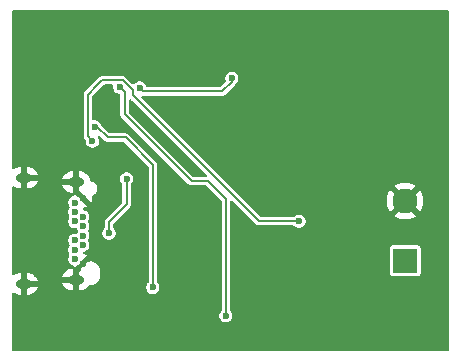
<source format=gbr>
%TF.GenerationSoftware,KiCad,Pcbnew,9.0.6*%
%TF.CreationDate,2026-01-22T02:23:31+05:30*%
%TF.ProjectId,USB-PD-Trigger-Board,5553422d-5044-42d5-9472-69676765722d,rev?*%
%TF.SameCoordinates,Original*%
%TF.FileFunction,Copper,L2,Bot*%
%TF.FilePolarity,Positive*%
%FSLAX45Y45*%
G04 Gerber Fmt 4.5, Leading zero omitted, Abs format (unit mm)*
G04 Created by KiCad (PCBNEW 9.0.6) date 2026-01-22 02:23:31*
%MOMM*%
%LPD*%
G01*
G04 APERTURE LIST*
%TA.AperFunction,ComponentPad*%
%ADD10R,2.100000X2.100000*%
%TD*%
%TA.AperFunction,ComponentPad*%
%ADD11C,2.100000*%
%TD*%
%TA.AperFunction,ComponentPad*%
%ADD12C,0.600000*%
%TD*%
%TA.AperFunction,ComponentPad*%
%ADD13O,1.400000X0.800000*%
%TD*%
%TA.AperFunction,ViaPad*%
%ADD14C,0.600000*%
%TD*%
%TA.AperFunction,Conductor*%
%ADD15C,0.200000*%
%TD*%
G04 APERTURE END LIST*
D10*
%TO.P,J2,1,1*%
%TO.N,VCC_USB_PD_OUT*%
X14236900Y-11735000D03*
D11*
%TO.P,J2,2,2*%
%TO.N,GND*%
X14236900Y-11227000D03*
%TD*%
D12*
%TO.P,J1,B1,GND_B*%
%TO.N,GND*%
X11509250Y-11761000D03*
%TO.P,J1,B2,SSTXP2*%
%TO.N,unconnected-(J1-SSTXP2-PadB2)*%
X11439250Y-11721000D03*
%TO.P,J1,B3,SSTXN2*%
%TO.N,unconnected-(J1-SSTXN2-PadB3)*%
X11439250Y-11641000D03*
%TO.P,J1,B4,VBUS_B*%
%TO.N,VCC_USB_PD_IN*%
X11509250Y-11601000D03*
%TO.P,J1,B5,CC2*%
%TO.N,Net-(J1-CC2)*%
X11439250Y-11561000D03*
%TO.P,J1,B6,DP2*%
%TO.N,unconnected-(J1-DP2-PadB6)*%
X11509250Y-11521000D03*
%TO.P,J1,B7,DN2*%
%TO.N,unconnected-(J1-DN2-PadB7)*%
X11509250Y-11441000D03*
%TO.P,J1,B8,SBU2*%
%TO.N,unconnected-(J1-SBU2-PadB8)*%
X11439250Y-11401000D03*
%TO.P,J1,B9,VBUS_B*%
%TO.N,VCC_USB_PD_IN*%
X11509250Y-11361000D03*
%TO.P,J1,B10,SSRXN1*%
%TO.N,unconnected-(J1-SSRXN1-PadB10)*%
X11439250Y-11321000D03*
%TO.P,J1,B11,SSRXP1*%
%TO.N,unconnected-(J1-SSRXP1-PadB11)*%
X11439250Y-11241000D03*
%TO.P,J1,B12,GND_B*%
%TO.N,GND*%
X11509250Y-11201000D03*
D13*
%TO.P,J1,S1,SHELL_GND*%
X11450250Y-11068000D03*
%TO.P,J1,S2,SHELL_GND*%
X11450250Y-11894000D03*
%TO.P,J1,S3,SHELL_GND*%
X11010250Y-11032000D03*
%TO.P,J1,S4,SHELL_GND*%
X11010250Y-11930000D03*
%TD*%
D14*
%TO.N,GND*%
X11170000Y-9852700D03*
X12530000Y-10200000D03*
X11700000Y-11070000D03*
X12360000Y-10890000D03*
X11902500Y-10636250D03*
X13850000Y-11650000D03*
X11500000Y-9860000D03*
X12690000Y-10930000D03*
X11830000Y-10560000D03*
X11980000Y-9852700D03*
X12300000Y-9852700D03*
%TO.N,VCC_USB_PD_OUT*%
X11590000Y-10721250D03*
X13340000Y-11400000D03*
%TO.N,Net-(J1-CC1)*%
X11878600Y-11040000D03*
X11730000Y-11500000D03*
%TO.N,Net-(Q2-G)*%
X11610000Y-10601250D03*
X12100000Y-11960000D03*
%TO.N,Net-(U1-VBUS_FET_EN)*%
X12770000Y-10190000D03*
X11990000Y-10269558D03*
%TO.N,Net-(U1-SAFE_PWR_EN)*%
X11820374Y-10265521D03*
X12720000Y-12200000D03*
%TD*%
D15*
%TO.N,VCC_USB_PD_OUT*%
X11590000Y-10721250D02*
X11549900Y-10681150D01*
X11929900Y-10329900D02*
X11940000Y-10340000D01*
X11549900Y-10681150D02*
X11549900Y-10330100D01*
X13000000Y-11400000D02*
X13340000Y-11400000D01*
X11940000Y-10340000D02*
X13000000Y-11400000D01*
X11549900Y-10330100D02*
X11630000Y-10250000D01*
X11929900Y-10290053D02*
X11929900Y-10329900D01*
X11845268Y-10205421D02*
X11929900Y-10290053D01*
X11630000Y-10250000D02*
X11674579Y-10205421D01*
X11674579Y-10205421D02*
X11845268Y-10205421D01*
%TO.N,Net-(J1-CC1)*%
X11730000Y-11406000D02*
X11878600Y-11257400D01*
X11878600Y-11257400D02*
X11878600Y-11040000D01*
X11730000Y-11500000D02*
X11730000Y-11406000D01*
%TO.N,Net-(Q2-G)*%
X11870000Y-10690000D02*
X12100000Y-10920000D01*
X11720000Y-10690000D02*
X11870000Y-10690000D01*
X11631250Y-10601250D02*
X11720000Y-10690000D01*
X12100000Y-10920000D02*
X12100000Y-11960000D01*
X11610000Y-10601250D02*
X11631250Y-10601250D01*
%TO.N,Net-(U1-VBUS_FET_EN)*%
X11990000Y-10269558D02*
X12020442Y-10300000D01*
X12770000Y-10220000D02*
X12770000Y-10190000D01*
X12020442Y-10300000D02*
X12690000Y-10300000D01*
X12690000Y-10300000D02*
X12770000Y-10220000D01*
%TO.N,Net-(U1-SAFE_PWR_EN)*%
X12720000Y-11210000D02*
X12720000Y-12200000D01*
X12570000Y-11060000D02*
X12720000Y-11210000D01*
X11820374Y-10265521D02*
X11820374Y-10265521D01*
X11820374Y-10265521D02*
X11862108Y-10307255D01*
X11862108Y-10307255D02*
X11862108Y-10492108D01*
X12430000Y-11060000D02*
X12570000Y-11060000D01*
X11862108Y-10492108D02*
X12430000Y-11060000D01*
%TD*%
%TA.AperFunction,Conductor*%
%TO.N,GND*%
G36*
X11918078Y-10368257D02*
G01*
X11918726Y-10368860D01*
X12553248Y-11003382D01*
X12556596Y-11009514D01*
X12556098Y-11016483D01*
X12551911Y-11022077D01*
X12545364Y-11024518D01*
X12544480Y-11024550D01*
X12449820Y-11024550D01*
X12443116Y-11022582D01*
X12441052Y-11020918D01*
X11901190Y-10481056D01*
X11897841Y-10474923D01*
X11897558Y-10472288D01*
X11897558Y-10377628D01*
X11899526Y-10370924D01*
X11904807Y-10366348D01*
X11911722Y-10365354D01*
X11918078Y-10368257D01*
G37*
%TD.AperFunction*%
%TA.AperFunction,Conductor*%
G36*
X14604254Y-9612019D02*
G01*
X14608829Y-9617299D01*
X14609950Y-9622450D01*
X14609950Y-12487550D01*
X14607981Y-12494254D01*
X14602701Y-12498829D01*
X14597550Y-12499950D01*
X10922450Y-12499950D01*
X10915746Y-12497981D01*
X10911171Y-12492701D01*
X10910050Y-12487550D01*
X10910050Y-12014535D01*
X10912019Y-12007831D01*
X10917299Y-12003255D01*
X10924215Y-12002261D01*
X10929339Y-12004225D01*
X10937618Y-12009757D01*
X10937619Y-12009757D01*
X10953998Y-12016541D01*
X10953999Y-12016541D01*
X10971385Y-12020000D01*
X10971386Y-12020000D01*
X10985250Y-12020000D01*
X10985250Y-11955000D01*
X11035250Y-11955000D01*
X11035250Y-12020000D01*
X11049114Y-12020000D01*
X11049115Y-12020000D01*
X11066501Y-12016541D01*
X11066502Y-12016541D01*
X11082881Y-12009757D01*
X11082882Y-12009757D01*
X11097622Y-11999908D01*
X11097622Y-11999907D01*
X11110157Y-11987372D01*
X11110158Y-11987372D01*
X11120007Y-11972632D01*
X11120007Y-11972631D01*
X11126791Y-11956252D01*
X11126792Y-11956252D01*
X11127040Y-11955000D01*
X11045223Y-11955000D01*
X11054411Y-11951194D01*
X11061444Y-11944161D01*
X11065250Y-11934973D01*
X11065250Y-11925027D01*
X11061444Y-11915839D01*
X11054411Y-11908806D01*
X11045223Y-11905000D01*
X11127040Y-11905000D01*
X11127040Y-11905000D01*
X11126792Y-11903748D01*
X11126791Y-11903748D01*
X11120007Y-11887369D01*
X11120007Y-11887368D01*
X11110158Y-11872628D01*
X11110157Y-11872628D01*
X11106529Y-11869000D01*
X11333460Y-11869000D01*
X11415277Y-11869000D01*
X11406089Y-11872806D01*
X11399056Y-11879839D01*
X11395250Y-11889027D01*
X11395250Y-11898973D01*
X11399056Y-11908161D01*
X11406089Y-11915194D01*
X11415277Y-11919000D01*
X11333460Y-11919000D01*
X11333708Y-11920252D01*
X11333709Y-11920252D01*
X11340493Y-11936631D01*
X11340493Y-11936632D01*
X11350342Y-11951372D01*
X11350343Y-11951372D01*
X11362878Y-11963907D01*
X11362878Y-11963908D01*
X11377618Y-11973757D01*
X11377619Y-11973757D01*
X11393998Y-11980541D01*
X11393999Y-11980541D01*
X11411385Y-11984000D01*
X11411386Y-11984000D01*
X11425250Y-11984000D01*
X11425250Y-11919000D01*
X11475250Y-11919000D01*
X11475250Y-11984000D01*
X11489114Y-11984000D01*
X11489115Y-11984000D01*
X11506501Y-11980541D01*
X11506502Y-11980541D01*
X11522881Y-11973757D01*
X11522882Y-11973757D01*
X11537622Y-11963908D01*
X11537622Y-11963907D01*
X11550157Y-11951372D01*
X11555052Y-11944046D01*
X11560413Y-11939566D01*
X11565510Y-11938764D01*
X11565510Y-11938550D01*
X11582381Y-11938550D01*
X11593110Y-11936416D01*
X11598329Y-11935378D01*
X11613352Y-11929155D01*
X11613352Y-11929155D01*
X11620067Y-11924668D01*
X11626872Y-11920121D01*
X11638371Y-11908622D01*
X11647405Y-11895102D01*
X11653628Y-11880079D01*
X11655074Y-11872806D01*
X11656800Y-11864131D01*
X11656800Y-11817869D01*
X11653628Y-11801922D01*
X11653628Y-11801921D01*
X11653628Y-11801921D01*
X11649442Y-11791815D01*
X11647405Y-11786898D01*
X11647405Y-11786898D01*
X11638371Y-11773378D01*
X11638370Y-11773377D01*
X11626873Y-11761879D01*
X11626872Y-11761879D01*
X11613352Y-11752845D01*
X11613352Y-11752845D01*
X11598329Y-11746622D01*
X11598328Y-11746622D01*
X11595576Y-11746075D01*
X11589385Y-11742836D01*
X11586535Y-11738175D01*
X11586409Y-11738228D01*
X11580834Y-11724771D01*
X11563831Y-11741774D01*
X11557698Y-11745123D01*
X11557482Y-11745168D01*
X11550172Y-11746622D01*
X11550171Y-11746622D01*
X11535148Y-11752845D01*
X11529173Y-11756837D01*
X11526205Y-11749671D01*
X11520579Y-11744045D01*
X11513228Y-11741000D01*
X11505272Y-11741000D01*
X11497921Y-11744045D01*
X11492295Y-11749671D01*
X11489250Y-11757022D01*
X11489250Y-11764978D01*
X11492295Y-11772329D01*
X11497921Y-11777955D01*
X11505087Y-11780923D01*
X11501095Y-11786898D01*
X11494872Y-11801921D01*
X11494872Y-11801922D01*
X11493418Y-11809232D01*
X11490180Y-11815423D01*
X11490025Y-11815581D01*
X11475250Y-11830355D01*
X11475250Y-11869000D01*
X11425250Y-11869000D01*
X11425250Y-11803454D01*
X11424979Y-11803615D01*
X11424401Y-11803687D01*
X11424209Y-11803785D01*
X11423881Y-11803753D01*
X11421912Y-11804000D01*
X11411385Y-11804000D01*
X11393999Y-11807458D01*
X11393998Y-11807459D01*
X11377619Y-11814243D01*
X11377618Y-11814243D01*
X11362878Y-11824092D01*
X11362878Y-11824093D01*
X11350343Y-11836628D01*
X11350342Y-11836628D01*
X11340493Y-11851368D01*
X11340493Y-11851369D01*
X11333709Y-11867748D01*
X11333708Y-11867748D01*
X11333460Y-11869000D01*
X11106529Y-11869000D01*
X11097622Y-11860093D01*
X11097622Y-11860092D01*
X11082882Y-11850243D01*
X11082881Y-11850243D01*
X11066502Y-11843459D01*
X11066501Y-11843458D01*
X11049115Y-11840000D01*
X11035250Y-11840000D01*
X11035250Y-11905000D01*
X10985250Y-11905000D01*
X10985250Y-11840000D01*
X10971385Y-11840000D01*
X10953999Y-11843458D01*
X10953998Y-11843459D01*
X10937619Y-11850243D01*
X10937619Y-11850243D01*
X10929339Y-11855775D01*
X10922671Y-11857863D01*
X10915933Y-11856015D01*
X10911264Y-11850817D01*
X10910050Y-11845465D01*
X10910050Y-11233700D01*
X11383800Y-11233700D01*
X11383800Y-11248300D01*
X11387566Y-11262355D01*
X11387579Y-11262403D01*
X11387579Y-11262403D01*
X11394736Y-11274800D01*
X11396383Y-11281590D01*
X11394736Y-11287200D01*
X11387579Y-11299597D01*
X11387579Y-11299597D01*
X11383800Y-11313700D01*
X11383800Y-11328300D01*
X11387579Y-11342403D01*
X11387579Y-11342403D01*
X11394736Y-11354800D01*
X11396383Y-11361590D01*
X11394736Y-11367200D01*
X11387579Y-11379597D01*
X11387579Y-11379597D01*
X11383800Y-11393700D01*
X11383800Y-11408300D01*
X11387311Y-11421403D01*
X11387579Y-11422403D01*
X11387579Y-11422403D01*
X11394879Y-11435047D01*
X11394879Y-11435047D01*
X11394879Y-11435047D01*
X11405203Y-11445371D01*
X11405203Y-11445371D01*
X11405203Y-11445371D01*
X11410276Y-11448300D01*
X11417847Y-11452671D01*
X11431950Y-11456450D01*
X11431950Y-11456450D01*
X11446983Y-11456450D01*
X11448134Y-11456788D01*
X11449330Y-11456674D01*
X11451425Y-11457754D01*
X11453687Y-11458418D01*
X11454628Y-11459406D01*
X11455540Y-11459876D01*
X11457721Y-11462650D01*
X11459628Y-11465953D01*
X11464736Y-11474800D01*
X11466383Y-11481590D01*
X11464736Y-11487200D01*
X11457721Y-11499350D01*
X11452665Y-11504171D01*
X11446983Y-11505550D01*
X11431950Y-11505550D01*
X11417847Y-11509329D01*
X11417847Y-11509329D01*
X11405203Y-11516629D01*
X11405203Y-11516629D01*
X11394879Y-11526953D01*
X11394879Y-11526953D01*
X11387579Y-11539597D01*
X11387579Y-11539597D01*
X11383800Y-11553700D01*
X11383800Y-11568300D01*
X11387579Y-11582403D01*
X11387579Y-11582403D01*
X11394736Y-11594800D01*
X11396383Y-11601590D01*
X11394736Y-11607200D01*
X11387579Y-11619597D01*
X11387579Y-11619597D01*
X11383800Y-11633700D01*
X11383800Y-11648300D01*
X11386006Y-11656533D01*
X11387579Y-11662403D01*
X11387579Y-11662403D01*
X11394736Y-11674800D01*
X11396383Y-11681590D01*
X11394736Y-11687200D01*
X11387579Y-11699597D01*
X11387579Y-11699597D01*
X11383800Y-11713700D01*
X11383800Y-11728300D01*
X11387579Y-11742403D01*
X11387579Y-11742403D01*
X11394879Y-11755047D01*
X11394879Y-11755047D01*
X11394879Y-11755047D01*
X11405203Y-11765371D01*
X11417847Y-11772671D01*
X11423241Y-11774116D01*
X11423908Y-11774523D01*
X11424686Y-11774601D01*
X11426849Y-11776316D01*
X11429206Y-11777753D01*
X11429687Y-11778566D01*
X11430161Y-11778942D01*
X11430832Y-11780506D01*
X11431765Y-11782086D01*
X11433646Y-11787592D01*
X11433782Y-11790703D01*
X11433901Y-11791815D01*
X11437650Y-11791000D01*
X11443895Y-11791000D01*
X11463214Y-11771680D01*
X11465782Y-11769710D01*
X11473297Y-11765371D01*
X11483621Y-11755047D01*
X11487960Y-11747532D01*
X11489930Y-11744964D01*
X11491572Y-11743322D01*
X11545479Y-11689415D01*
X11532585Y-11684074D01*
X11532584Y-11684074D01*
X11516532Y-11680881D01*
X11516569Y-11680693D01*
X11510916Y-11678410D01*
X11506880Y-11672707D01*
X11506568Y-11665727D01*
X11510079Y-11659686D01*
X11515792Y-11656762D01*
X11515765Y-11656660D01*
X11516240Y-11656533D01*
X11516299Y-11656503D01*
X11516432Y-11656482D01*
X11516550Y-11656450D01*
X11516550Y-11656450D01*
X11530653Y-11652671D01*
X11543297Y-11645371D01*
X11553621Y-11635047D01*
X11560921Y-11622403D01*
X11564700Y-11608300D01*
X11564700Y-11593700D01*
X11560921Y-11579597D01*
X11553764Y-11567200D01*
X11552116Y-11560410D01*
X11553764Y-11554800D01*
X11560921Y-11542403D01*
X11564700Y-11528300D01*
X11564700Y-11513700D01*
X11560921Y-11499597D01*
X11556939Y-11492700D01*
X11674550Y-11492700D01*
X11674550Y-11507300D01*
X11677050Y-11516629D01*
X11678329Y-11521403D01*
X11678329Y-11521403D01*
X11685629Y-11534047D01*
X11685629Y-11534047D01*
X11685629Y-11534047D01*
X11695953Y-11544371D01*
X11708597Y-11551671D01*
X11722700Y-11555450D01*
X11722700Y-11555450D01*
X11737300Y-11555450D01*
X11737300Y-11555450D01*
X11751403Y-11551671D01*
X11764047Y-11544371D01*
X11774371Y-11534047D01*
X11781671Y-11521403D01*
X11785450Y-11507300D01*
X11785450Y-11492700D01*
X11781671Y-11478597D01*
X11774371Y-11465953D01*
X11769082Y-11460664D01*
X11765733Y-11454531D01*
X11765450Y-11451896D01*
X11765450Y-11425820D01*
X11767418Y-11419116D01*
X11769082Y-11417052D01*
X11837805Y-11348329D01*
X11906967Y-11279166D01*
X11908005Y-11277369D01*
X11911634Y-11271083D01*
X11914050Y-11262067D01*
X11914050Y-11088104D01*
X11916019Y-11081401D01*
X11917682Y-11079336D01*
X11922971Y-11074047D01*
X11930271Y-11061403D01*
X11934050Y-11047300D01*
X11934050Y-11032700D01*
X11930271Y-11018597D01*
X11925027Y-11009514D01*
X11922972Y-11005953D01*
X11922971Y-11005953D01*
X11912647Y-10995629D01*
X11912647Y-10995629D01*
X11900003Y-10988329D01*
X11900003Y-10988329D01*
X11900003Y-10988329D01*
X11885900Y-10984550D01*
X11871300Y-10984550D01*
X11857197Y-10988329D01*
X11857197Y-10988329D01*
X11844553Y-10995629D01*
X11844553Y-10995629D01*
X11834229Y-11005953D01*
X11834229Y-11005953D01*
X11826929Y-11018597D01*
X11826929Y-11018597D01*
X11823150Y-11032700D01*
X11823150Y-11047300D01*
X11826929Y-11061403D01*
X11826929Y-11061403D01*
X11834229Y-11074047D01*
X11834229Y-11074047D01*
X11839518Y-11079336D01*
X11842867Y-11085469D01*
X11843150Y-11088104D01*
X11843150Y-11237580D01*
X11841182Y-11244283D01*
X11839518Y-11246348D01*
X11701633Y-11384233D01*
X11701633Y-11384233D01*
X11696966Y-11392317D01*
X11694550Y-11401333D01*
X11694550Y-11451896D01*
X11692581Y-11458599D01*
X11690918Y-11460664D01*
X11685629Y-11465953D01*
X11685629Y-11465953D01*
X11678329Y-11478597D01*
X11678329Y-11478597D01*
X11674550Y-11492700D01*
X11556939Y-11492700D01*
X11553764Y-11487200D01*
X11552116Y-11480410D01*
X11553764Y-11474800D01*
X11560921Y-11462403D01*
X11564700Y-11448300D01*
X11564700Y-11433700D01*
X11560921Y-11419597D01*
X11553764Y-11407200D01*
X11552116Y-11400410D01*
X11553764Y-11394800D01*
X11560921Y-11382403D01*
X11564700Y-11368300D01*
X11564700Y-11353700D01*
X11560921Y-11339597D01*
X11554399Y-11328300D01*
X11553621Y-11326953D01*
X11553621Y-11326953D01*
X11543297Y-11316629D01*
X11543297Y-11316629D01*
X11530653Y-11309329D01*
X11530653Y-11309329D01*
X11530653Y-11309329D01*
X11516550Y-11305550D01*
X11516550Y-11305550D01*
X11515765Y-11305340D01*
X11515831Y-11305095D01*
X11510599Y-11302779D01*
X11506754Y-11296946D01*
X11506672Y-11289960D01*
X11510381Y-11284038D01*
X11516536Y-11281140D01*
X11516532Y-11281119D01*
X11516616Y-11281102D01*
X11516702Y-11281062D01*
X11517026Y-11281020D01*
X11532584Y-11277926D01*
X11532585Y-11277926D01*
X11545479Y-11272584D01*
X11491572Y-11218678D01*
X11489930Y-11217035D01*
X11487960Y-11214468D01*
X11483621Y-11206953D01*
X11473690Y-11197022D01*
X11489250Y-11197022D01*
X11489250Y-11204978D01*
X11492295Y-11212329D01*
X11497921Y-11217955D01*
X11505272Y-11221000D01*
X11513228Y-11221000D01*
X11520579Y-11217955D01*
X11526205Y-11212329D01*
X11529250Y-11204978D01*
X11529250Y-11197022D01*
X11526205Y-11189671D01*
X11520579Y-11184045D01*
X11513228Y-11181000D01*
X11505272Y-11181000D01*
X11497921Y-11184045D01*
X11492295Y-11189671D01*
X11489250Y-11197022D01*
X11473690Y-11197022D01*
X11473297Y-11196629D01*
X11473297Y-11196629D01*
X11473297Y-11196629D01*
X11465782Y-11192290D01*
X11463214Y-11190320D01*
X11443895Y-11171000D01*
X11437650Y-11171000D01*
X11434054Y-11169944D01*
X11434300Y-11170940D01*
X11434124Y-11171735D01*
X11434186Y-11172165D01*
X11433646Y-11174408D01*
X11431765Y-11179914D01*
X11430206Y-11182122D01*
X11428954Y-11184517D01*
X11428204Y-11184959D01*
X11427736Y-11185622D01*
X11425633Y-11186474D01*
X11423241Y-11187883D01*
X11417847Y-11189329D01*
X11417847Y-11189329D01*
X11405203Y-11196629D01*
X11405203Y-11196629D01*
X11394879Y-11206953D01*
X11394879Y-11206953D01*
X11387579Y-11219597D01*
X11387579Y-11219597D01*
X11383800Y-11233700D01*
X10910050Y-11233700D01*
X10910050Y-11116535D01*
X10912019Y-11109831D01*
X10917299Y-11105255D01*
X10924215Y-11104261D01*
X10929339Y-11106225D01*
X10937618Y-11111757D01*
X10937619Y-11111757D01*
X10953998Y-11118541D01*
X10953999Y-11118542D01*
X10971385Y-11122000D01*
X10971386Y-11122000D01*
X10985250Y-11122000D01*
X10985250Y-11057000D01*
X11035250Y-11057000D01*
X11035250Y-11122000D01*
X11049114Y-11122000D01*
X11049115Y-11122000D01*
X11066501Y-11118542D01*
X11066502Y-11118541D01*
X11082881Y-11111757D01*
X11082882Y-11111757D01*
X11097622Y-11101908D01*
X11097622Y-11101907D01*
X11110157Y-11089372D01*
X11110158Y-11089372D01*
X11114564Y-11082778D01*
X11120007Y-11074632D01*
X11120007Y-11074631D01*
X11126791Y-11058252D01*
X11126792Y-11058252D01*
X11127040Y-11057000D01*
X11045223Y-11057000D01*
X11054411Y-11053194D01*
X11061444Y-11046161D01*
X11062754Y-11043000D01*
X11333460Y-11043000D01*
X11415277Y-11043000D01*
X11406089Y-11046806D01*
X11399056Y-11053839D01*
X11395250Y-11063027D01*
X11395250Y-11072973D01*
X11399056Y-11082161D01*
X11406089Y-11089194D01*
X11415277Y-11093000D01*
X11333460Y-11093000D01*
X11333708Y-11094252D01*
X11333709Y-11094252D01*
X11340493Y-11110631D01*
X11340493Y-11110632D01*
X11350342Y-11125372D01*
X11350343Y-11125372D01*
X11362878Y-11137907D01*
X11362878Y-11137908D01*
X11377618Y-11147757D01*
X11377619Y-11147757D01*
X11393998Y-11154541D01*
X11393999Y-11154542D01*
X11411385Y-11158000D01*
X11411386Y-11158000D01*
X11421912Y-11158000D01*
X11424697Y-11158818D01*
X11425323Y-11158936D01*
X11425250Y-11158600D01*
X11425250Y-11093000D01*
X11475250Y-11093000D01*
X11475250Y-11131645D01*
X11526928Y-11183322D01*
X11580834Y-11237229D01*
X11586176Y-11224335D01*
X11586176Y-11224334D01*
X11589250Y-11208880D01*
X11589250Y-11208879D01*
X11589250Y-11193121D01*
X11589250Y-11193120D01*
X11588386Y-11188777D01*
X11589009Y-11181818D01*
X11593295Y-11176300D01*
X11595803Y-11174902D01*
X11596463Y-11174628D01*
X11596463Y-11174628D01*
X11609586Y-11167052D01*
X11620301Y-11156337D01*
X11627878Y-11143214D01*
X11631800Y-11128577D01*
X11631800Y-11113423D01*
X11627878Y-11098787D01*
X11620301Y-11085664D01*
X11609586Y-11074949D01*
X11603025Y-11071160D01*
X11596464Y-11067372D01*
X11589145Y-11065411D01*
X11581827Y-11063450D01*
X11581285Y-11063450D01*
X11574581Y-11061482D01*
X11570005Y-11056201D01*
X11569123Y-11053469D01*
X11566791Y-11041749D01*
X11566791Y-11041748D01*
X11560007Y-11025369D01*
X11560007Y-11025368D01*
X11550158Y-11010628D01*
X11550157Y-11010628D01*
X11537622Y-10998093D01*
X11537622Y-10998092D01*
X11522882Y-10988243D01*
X11522881Y-10988243D01*
X11506502Y-10981459D01*
X11506501Y-10981458D01*
X11489115Y-10978000D01*
X11475250Y-10978000D01*
X11475250Y-11043000D01*
X11425250Y-11043000D01*
X11425250Y-10978000D01*
X11411385Y-10978000D01*
X11393999Y-10981458D01*
X11393998Y-10981459D01*
X11377619Y-10988243D01*
X11377618Y-10988243D01*
X11362878Y-10998092D01*
X11362878Y-10998093D01*
X11350343Y-11010628D01*
X11350342Y-11010628D01*
X11340493Y-11025368D01*
X11340493Y-11025369D01*
X11333709Y-11041748D01*
X11333708Y-11041748D01*
X11333460Y-11043000D01*
X11062754Y-11043000D01*
X11065250Y-11036973D01*
X11065250Y-11027027D01*
X11061444Y-11017839D01*
X11054411Y-11010806D01*
X11045223Y-11007000D01*
X11127040Y-11007000D01*
X11126792Y-11005748D01*
X11126791Y-11005748D01*
X11120007Y-10989369D01*
X11120007Y-10989368D01*
X11110158Y-10974628D01*
X11110157Y-10974628D01*
X11097622Y-10962093D01*
X11097622Y-10962092D01*
X11082882Y-10952243D01*
X11082881Y-10952243D01*
X11066502Y-10945459D01*
X11066501Y-10945458D01*
X11049115Y-10942000D01*
X11035250Y-10942000D01*
X11035250Y-11007000D01*
X10985250Y-11007000D01*
X10985250Y-10942000D01*
X10971385Y-10942000D01*
X10953999Y-10945458D01*
X10953998Y-10945459D01*
X10937619Y-10952243D01*
X10937619Y-10952243D01*
X10929339Y-10957775D01*
X10922671Y-10959863D01*
X10915933Y-10958015D01*
X10911264Y-10952817D01*
X10910050Y-10947465D01*
X10910050Y-10325433D01*
X11514450Y-10325433D01*
X11514450Y-10676483D01*
X11514450Y-10685817D01*
X11515948Y-10691407D01*
X11516866Y-10694833D01*
X11521533Y-10702917D01*
X11521533Y-10702917D01*
X11530918Y-10712302D01*
X11534267Y-10718434D01*
X11534550Y-10721070D01*
X11534550Y-10728550D01*
X11538329Y-10742653D01*
X11538329Y-10742653D01*
X11545629Y-10755297D01*
X11545629Y-10755297D01*
X11545629Y-10755297D01*
X11555953Y-10765621D01*
X11568597Y-10772921D01*
X11582700Y-10776700D01*
X11582700Y-10776700D01*
X11597300Y-10776700D01*
X11597300Y-10776700D01*
X11611403Y-10772921D01*
X11624047Y-10765621D01*
X11634371Y-10755297D01*
X11641671Y-10742653D01*
X11645450Y-10728550D01*
X11645450Y-10713950D01*
X11641671Y-10699847D01*
X11636798Y-10691407D01*
X11635151Y-10684617D01*
X11637436Y-10678015D01*
X11642929Y-10673696D01*
X11649884Y-10673031D01*
X11656094Y-10676233D01*
X11656305Y-10676439D01*
X11698233Y-10718367D01*
X11698233Y-10718367D01*
X11698234Y-10718368D01*
X11706316Y-10723034D01*
X11706317Y-10723034D01*
X11715333Y-10725450D01*
X11715333Y-10725450D01*
X11725427Y-10725450D01*
X11725428Y-10725450D01*
X11850180Y-10725450D01*
X11856884Y-10727419D01*
X11858948Y-10729082D01*
X12060918Y-10931052D01*
X12064267Y-10937184D01*
X12064550Y-10939820D01*
X12064550Y-11911896D01*
X12062581Y-11918599D01*
X12060918Y-11920664D01*
X12055629Y-11925953D01*
X12055629Y-11925953D01*
X12048329Y-11938597D01*
X12048329Y-11938597D01*
X12044550Y-11952700D01*
X12044550Y-11967300D01*
X12048098Y-11980541D01*
X12048329Y-11981403D01*
X12048329Y-11981403D01*
X12055629Y-11994047D01*
X12055629Y-11994047D01*
X12055629Y-11994047D01*
X12065953Y-12004371D01*
X12078597Y-12011671D01*
X12092700Y-12015450D01*
X12092700Y-12015450D01*
X12107300Y-12015450D01*
X12107300Y-12015450D01*
X12121403Y-12011671D01*
X12134047Y-12004371D01*
X12144371Y-11994047D01*
X12151671Y-11981403D01*
X12155450Y-11967300D01*
X12155450Y-11952700D01*
X12151671Y-11938597D01*
X12144371Y-11925953D01*
X12139082Y-11920664D01*
X12135733Y-11914531D01*
X12135450Y-11911896D01*
X12135450Y-10915333D01*
X12135450Y-10915333D01*
X12133034Y-10906317D01*
X12128367Y-10898233D01*
X12121767Y-10891633D01*
X11891767Y-10661633D01*
X11883683Y-10656966D01*
X11883683Y-10656966D01*
X11880678Y-10656161D01*
X11874667Y-10654550D01*
X11874667Y-10654550D01*
X11739820Y-10654550D01*
X11733116Y-10652582D01*
X11731052Y-10650918D01*
X11664610Y-10584477D01*
X11661922Y-10580454D01*
X11661671Y-10579848D01*
X11661671Y-10579847D01*
X11654371Y-10567203D01*
X11644047Y-10556879D01*
X11644047Y-10556879D01*
X11644047Y-10556879D01*
X11631403Y-10549579D01*
X11631403Y-10549579D01*
X11631403Y-10549579D01*
X11617300Y-10545800D01*
X11602700Y-10545800D01*
X11602700Y-10545800D01*
X11600959Y-10546266D01*
X11593974Y-10546100D01*
X11588188Y-10542184D01*
X11585438Y-10535761D01*
X11585350Y-10534289D01*
X11585350Y-10349920D01*
X11587318Y-10343216D01*
X11588982Y-10341152D01*
X11685631Y-10244503D01*
X11691763Y-10241154D01*
X11694399Y-10240871D01*
X11753413Y-10240871D01*
X11760117Y-10242839D01*
X11764692Y-10248120D01*
X11765687Y-10255036D01*
X11765390Y-10256480D01*
X11764924Y-10258221D01*
X11764924Y-10272821D01*
X11768703Y-10286924D01*
X11768703Y-10286924D01*
X11776002Y-10299568D01*
X11776003Y-10299568D01*
X11776003Y-10299568D01*
X11786327Y-10309892D01*
X11798971Y-10317192D01*
X11813074Y-10320971D01*
X11814258Y-10320971D01*
X11820962Y-10322939D01*
X11825537Y-10328220D01*
X11826658Y-10333371D01*
X11826658Y-10487441D01*
X11826658Y-10496775D01*
X11829074Y-10505791D01*
X11833741Y-10513875D01*
X12401633Y-11081767D01*
X12408233Y-11088367D01*
X12416317Y-11093034D01*
X12425333Y-11095450D01*
X12434667Y-11095450D01*
X12550180Y-11095450D01*
X12556884Y-11097419D01*
X12558948Y-11099082D01*
X12680918Y-11221052D01*
X12684267Y-11227184D01*
X12684550Y-11229820D01*
X12684550Y-12151896D01*
X12682581Y-12158599D01*
X12680918Y-12160664D01*
X12675629Y-12165953D01*
X12675629Y-12165953D01*
X12668329Y-12178597D01*
X12668329Y-12178597D01*
X12664550Y-12192700D01*
X12664550Y-12207300D01*
X12668329Y-12221403D01*
X12668329Y-12221403D01*
X12675629Y-12234047D01*
X12675629Y-12234047D01*
X12675629Y-12234047D01*
X12685953Y-12244371D01*
X12698597Y-12251671D01*
X12712700Y-12255450D01*
X12712700Y-12255450D01*
X12727300Y-12255450D01*
X12727300Y-12255450D01*
X12741403Y-12251671D01*
X12754047Y-12244371D01*
X12764371Y-12234047D01*
X12771671Y-12221403D01*
X12775450Y-12207300D01*
X12775450Y-12192700D01*
X12771671Y-12178597D01*
X12764371Y-12165953D01*
X12759082Y-12160664D01*
X12755733Y-12154531D01*
X12755450Y-12151896D01*
X12755450Y-11627493D01*
X14106450Y-11627493D01*
X14106450Y-11842506D01*
X14107927Y-11849930D01*
X14113551Y-11858348D01*
X14116161Y-11860092D01*
X14121970Y-11863973D01*
X14121970Y-11863973D01*
X14121970Y-11863973D01*
X14124467Y-11864470D01*
X14129393Y-11865450D01*
X14344407Y-11865450D01*
X14351830Y-11863973D01*
X14360248Y-11858348D01*
X14365873Y-11849930D01*
X14367350Y-11842507D01*
X14367350Y-11627493D01*
X14365873Y-11620070D01*
X14364007Y-11617276D01*
X14360248Y-11611651D01*
X14355202Y-11608280D01*
X14351830Y-11606027D01*
X14351830Y-11606026D01*
X14351830Y-11606026D01*
X14344407Y-11604550D01*
X14129394Y-11604550D01*
X14121970Y-11606027D01*
X14113551Y-11611651D01*
X14107927Y-11620070D01*
X14107926Y-11620070D01*
X14106450Y-11627493D01*
X12755450Y-11627493D01*
X12755450Y-11235520D01*
X12757418Y-11228816D01*
X12762699Y-11224241D01*
X12769615Y-11223246D01*
X12775970Y-11226149D01*
X12776618Y-11226752D01*
X12971633Y-11421767D01*
X12978233Y-11428367D01*
X12986317Y-11433034D01*
X12995333Y-11435450D01*
X13291896Y-11435450D01*
X13298599Y-11437418D01*
X13300664Y-11439082D01*
X13305953Y-11444371D01*
X13305953Y-11444371D01*
X13305953Y-11444371D01*
X13307685Y-11445371D01*
X13318597Y-11451671D01*
X13332700Y-11455450D01*
X13332700Y-11455450D01*
X13347300Y-11455450D01*
X13347300Y-11455450D01*
X13361403Y-11451671D01*
X13374047Y-11444371D01*
X13384371Y-11434047D01*
X13391671Y-11421403D01*
X13395450Y-11407300D01*
X13395450Y-11392700D01*
X13391671Y-11378597D01*
X13385726Y-11368300D01*
X13384371Y-11365953D01*
X13384371Y-11365953D01*
X13374047Y-11355629D01*
X13374047Y-11355629D01*
X13361403Y-11348329D01*
X13361403Y-11348329D01*
X13361403Y-11348329D01*
X13347300Y-11344550D01*
X13332700Y-11344550D01*
X13318597Y-11348329D01*
X13318597Y-11348329D01*
X13305953Y-11355629D01*
X13305953Y-11355629D01*
X13300664Y-11360918D01*
X13294531Y-11364267D01*
X13291896Y-11364550D01*
X13019820Y-11364550D01*
X13013116Y-11362581D01*
X13011052Y-11360918D01*
X12864934Y-11214801D01*
X14081900Y-11214801D01*
X14081900Y-11239199D01*
X14085716Y-11263296D01*
X14093256Y-11286500D01*
X14104332Y-11308238D01*
X14111054Y-11317490D01*
X14111054Y-11317490D01*
X14172969Y-11255576D01*
X14174867Y-11260157D01*
X14182527Y-11271622D01*
X14192278Y-11281373D01*
X14203743Y-11289033D01*
X14208324Y-11290931D01*
X14146410Y-11352845D01*
X14146410Y-11352846D01*
X14155662Y-11359568D01*
X14177400Y-11370644D01*
X14200604Y-11378183D01*
X14224701Y-11382000D01*
X14249099Y-11382000D01*
X14273196Y-11378183D01*
X14296400Y-11370644D01*
X14318138Y-11359568D01*
X14327390Y-11352845D01*
X14327390Y-11352845D01*
X14265476Y-11290931D01*
X14270057Y-11289033D01*
X14281522Y-11281373D01*
X14291273Y-11271622D01*
X14298933Y-11260157D01*
X14300831Y-11255576D01*
X14362745Y-11317490D01*
X14362745Y-11317490D01*
X14369468Y-11308238D01*
X14380544Y-11286500D01*
X14388083Y-11263296D01*
X14391900Y-11239199D01*
X14391900Y-11214801D01*
X14388083Y-11190704D01*
X14380544Y-11167500D01*
X14369468Y-11145762D01*
X14362746Y-11136510D01*
X14362745Y-11136510D01*
X14300831Y-11198424D01*
X14298933Y-11193843D01*
X14291273Y-11182378D01*
X14281522Y-11172627D01*
X14270057Y-11164967D01*
X14265476Y-11163069D01*
X14327390Y-11101154D01*
X14327390Y-11101154D01*
X14318138Y-11094432D01*
X14296400Y-11083356D01*
X14273196Y-11075817D01*
X14249099Y-11072000D01*
X14224701Y-11072000D01*
X14200604Y-11075817D01*
X14177400Y-11083356D01*
X14155663Y-11094432D01*
X14146410Y-11101154D01*
X14208324Y-11163069D01*
X14203743Y-11164967D01*
X14192278Y-11172627D01*
X14182527Y-11182378D01*
X14174867Y-11193843D01*
X14172969Y-11198424D01*
X14111054Y-11136510D01*
X14104332Y-11145763D01*
X14093256Y-11167500D01*
X14085716Y-11190704D01*
X14081900Y-11214801D01*
X12864934Y-11214801D01*
X12006752Y-10356618D01*
X12003403Y-10350486D01*
X12003902Y-10343517D01*
X12008089Y-10337923D01*
X12014635Y-10335482D01*
X12015520Y-10335450D01*
X12694667Y-10335450D01*
X12694667Y-10335450D01*
X12703683Y-10333034D01*
X12711767Y-10328367D01*
X12798367Y-10241767D01*
X12800279Y-10238455D01*
X12800279Y-10238455D01*
X12800321Y-10238479D01*
X12803473Y-10234812D01*
X12804047Y-10234371D01*
X12804047Y-10234371D01*
X12814371Y-10224047D01*
X12821671Y-10211403D01*
X12825450Y-10197300D01*
X12825450Y-10182700D01*
X12821671Y-10168597D01*
X12814371Y-10155953D01*
X12804047Y-10145629D01*
X12804047Y-10145629D01*
X12804047Y-10145629D01*
X12791403Y-10138329D01*
X12791403Y-10138329D01*
X12791403Y-10138329D01*
X12777300Y-10134550D01*
X12762700Y-10134550D01*
X12748597Y-10138329D01*
X12748597Y-10138329D01*
X12735953Y-10145629D01*
X12735953Y-10145629D01*
X12725629Y-10155953D01*
X12725629Y-10155953D01*
X12718329Y-10168597D01*
X12718329Y-10168597D01*
X12714550Y-10182700D01*
X12714550Y-10197300D01*
X12718539Y-10212188D01*
X12718271Y-10212260D01*
X12718873Y-10217861D01*
X12715746Y-10224109D01*
X12715438Y-10224428D01*
X12678948Y-10260918D01*
X12672816Y-10264267D01*
X12670180Y-10264550D01*
X12055579Y-10264550D01*
X12048875Y-10262582D01*
X12044300Y-10257301D01*
X12043601Y-10255359D01*
X12041671Y-10248155D01*
X12034371Y-10235511D01*
X12024047Y-10225187D01*
X12024047Y-10225187D01*
X12024047Y-10225187D01*
X12011403Y-10217887D01*
X12011403Y-10217887D01*
X12011403Y-10217887D01*
X11997300Y-10214108D01*
X11982700Y-10214108D01*
X11968597Y-10217887D01*
X11968597Y-10217887D01*
X11955953Y-10225187D01*
X11955953Y-10225187D01*
X11945629Y-10235511D01*
X11945493Y-10235688D01*
X11945340Y-10235800D01*
X11945054Y-10236086D01*
X11945009Y-10236041D01*
X11939850Y-10239808D01*
X11932875Y-10240223D01*
X11926888Y-10236907D01*
X11902241Y-10212260D01*
X11867035Y-10177054D01*
X11858951Y-10172387D01*
X11858951Y-10172387D01*
X11855946Y-10171582D01*
X11849935Y-10169971D01*
X11669912Y-10169971D01*
X11663901Y-10171582D01*
X11660896Y-10172387D01*
X11652812Y-10177054D01*
X11652812Y-10177054D01*
X11521533Y-10308333D01*
X11521533Y-10308333D01*
X11516866Y-10316417D01*
X11515658Y-10320925D01*
X11514450Y-10325433D01*
X10910050Y-10325433D01*
X10910050Y-9622450D01*
X10912019Y-9615746D01*
X10917299Y-9611171D01*
X10922450Y-9610050D01*
X14597550Y-9610050D01*
X14604254Y-9612019D01*
G37*
%TD.AperFunction*%
%TD*%
M02*

</source>
